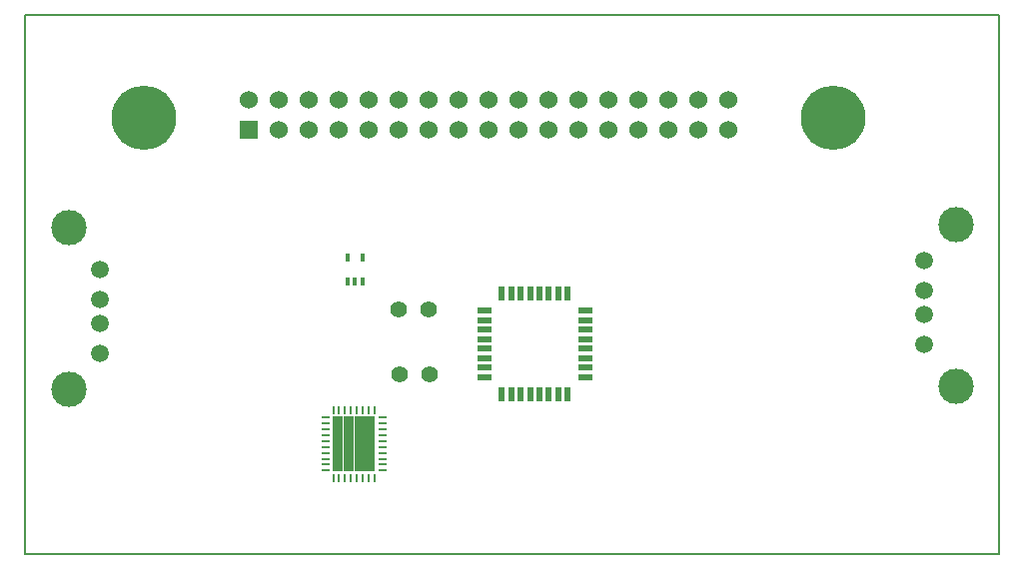
<source format=gtl>
G04 #@! TF.FileFunction,Copper,L1,Top,Signal*
%FSLAX46Y46*%
G04 Gerber Fmt 4.6, Leading zero omitted, Abs format (unit mm)*
G04 Created by KiCad (PCBNEW 4.0.2-4+6225~38~ubuntu14.04.1-stable) date Fri 25 Mar 2016 04:25:24 PM CET*
%MOMM*%
G01*
G04 APERTURE LIST*
%ADD10C,0.150000*%
%ADD11C,1.501140*%
%ADD12C,2.999740*%
%ADD13R,1.524000X1.524000*%
%ADD14C,1.524000*%
%ADD15C,5.461000*%
%ADD16C,1.397000*%
%ADD17R,0.406400X0.660400*%
%ADD18R,0.700000X0.250000*%
%ADD19R,0.250000X0.700000*%
%ADD20R,0.900000X1.150000*%
%ADD21R,1.200000X0.600000*%
%ADD22R,0.600000X1.200000*%
G04 APERTURE END LIST*
D10*
X219710000Y-93980000D02*
X137160000Y-93980000D01*
X219710000Y-139700000D02*
X219710000Y-93980000D01*
X137160000Y-139700000D02*
X219710000Y-139700000D01*
X137160000Y-93980000D02*
X137160000Y-139700000D01*
D11*
X143512120Y-122682860D03*
X143512120Y-120142860D03*
X143512120Y-118110860D03*
X143512120Y-115570860D03*
D12*
X140845120Y-125730860D03*
X140845120Y-112014860D03*
D11*
X213357880Y-114807140D03*
X213357880Y-117347140D03*
X213357880Y-119379140D03*
X213357880Y-121919140D03*
D12*
X216024880Y-111759140D03*
X216024880Y-125475140D03*
D13*
X156121100Y-103733600D03*
D14*
X156121100Y-101193600D03*
X158661100Y-103733600D03*
X158661100Y-101193600D03*
X161201100Y-103733600D03*
X161201100Y-101193600D03*
X163741100Y-103733600D03*
X163741100Y-101193600D03*
X166281100Y-103733600D03*
X166281100Y-101193600D03*
X168821100Y-103733600D03*
X168821100Y-101193600D03*
X171361100Y-103733600D03*
X171361100Y-101193600D03*
X173901100Y-103733600D03*
X173901100Y-101193600D03*
X176441100Y-103733600D03*
X176441100Y-101193600D03*
X178981100Y-103733600D03*
X178981100Y-101193600D03*
D15*
X147231100Y-102717600D03*
D14*
X181521100Y-103733600D03*
X181521100Y-101193600D03*
X184061100Y-103733600D03*
X184061100Y-101193600D03*
X186601100Y-103733600D03*
X186601100Y-101193600D03*
X189141100Y-103733600D03*
X189141100Y-101193600D03*
X191681100Y-103733600D03*
X191681100Y-101193600D03*
X194221100Y-103733600D03*
X194221100Y-101193600D03*
X196761100Y-103733600D03*
X196761100Y-101193600D03*
D15*
X205651100Y-102717600D03*
D16*
X168910000Y-124460000D03*
X171450000Y-124460000D03*
X168821100Y-118973600D03*
X171361100Y-118973600D03*
D17*
X164439600Y-116586000D03*
X165760400Y-116586000D03*
X165100000Y-116586000D03*
X165760400Y-114554000D03*
X164439600Y-114554000D03*
D18*
X162611100Y-128153600D03*
X162611100Y-128653600D03*
X162611100Y-129153600D03*
X162611100Y-129653600D03*
X162611100Y-130153600D03*
X162611100Y-130653600D03*
X162611100Y-131153600D03*
X162611100Y-131653600D03*
X162611100Y-132153600D03*
X162611100Y-132653600D03*
D19*
X163261100Y-133303600D03*
X163761100Y-133303600D03*
X164261100Y-133303600D03*
X164761100Y-133303600D03*
X165261100Y-133303600D03*
X165761100Y-133303600D03*
X166261100Y-133303600D03*
X166761100Y-133303600D03*
D18*
X167411100Y-132653600D03*
X167411100Y-132153600D03*
X167411100Y-131653600D03*
X167411100Y-131153600D03*
X167411100Y-130653600D03*
X167411100Y-130153600D03*
X167411100Y-129653600D03*
X167411100Y-129153600D03*
X167411100Y-128653600D03*
X167411100Y-128153600D03*
D19*
X166761100Y-127503600D03*
X166261100Y-127503600D03*
X165761100Y-127503600D03*
X165261100Y-127503600D03*
X164761100Y-127503600D03*
X164261100Y-127503600D03*
X163761100Y-127503600D03*
X163261100Y-127503600D03*
D20*
X166361100Y-132128600D03*
X166361100Y-130978600D03*
X166361100Y-129828600D03*
X166361100Y-128678600D03*
X165461100Y-132128600D03*
X165461100Y-130978600D03*
X165461100Y-129828600D03*
X165461100Y-128678600D03*
X164561100Y-132128600D03*
X164561100Y-130978600D03*
X164561100Y-129828600D03*
X164561100Y-128678600D03*
X163661100Y-132128600D03*
X163661100Y-130978600D03*
X163661100Y-129828600D03*
X163661100Y-128678600D03*
D21*
X176090000Y-119120000D03*
X176090000Y-119920000D03*
X176090000Y-120720000D03*
X176090000Y-121520000D03*
X176090000Y-122320000D03*
X176090000Y-123120000D03*
X176090000Y-123920000D03*
X176090000Y-124720000D03*
D22*
X177540000Y-126170000D03*
X178340000Y-126170000D03*
X179140000Y-126170000D03*
X179940000Y-126170000D03*
X180740000Y-126170000D03*
X181540000Y-126170000D03*
X182340000Y-126170000D03*
X183140000Y-126170000D03*
D21*
X184590000Y-124720000D03*
X184590000Y-123920000D03*
X184590000Y-123120000D03*
X184590000Y-122320000D03*
X184590000Y-121520000D03*
X184590000Y-120720000D03*
X184590000Y-119920000D03*
X184590000Y-119120000D03*
D22*
X183140000Y-117670000D03*
X182340000Y-117670000D03*
X181540000Y-117670000D03*
X180740000Y-117670000D03*
X179940000Y-117670000D03*
X179140000Y-117670000D03*
X178340000Y-117670000D03*
X177540000Y-117670000D03*
M02*

</source>
